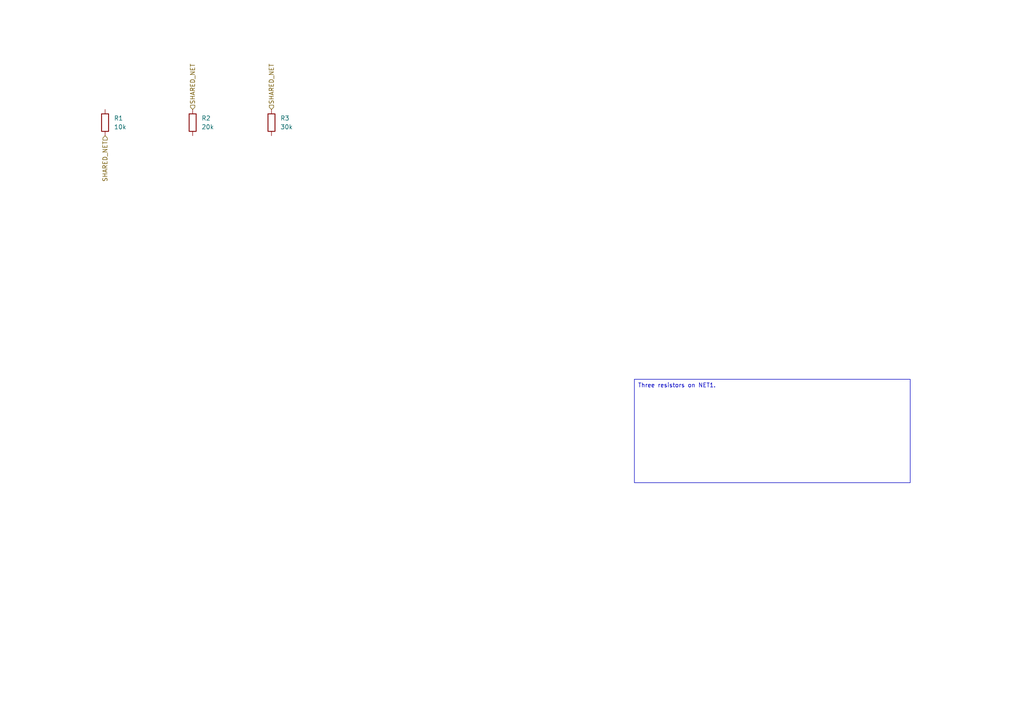
<source format=kicad_sch>
(kicad_sch (version 20250114) (generator "circuit_synth") (generator_version "0.8.36")
  (paper "A4")
  (title_block (title "three_resistors_net"))
  (lib_symbols
    (symbol "Device:R" (pin_numbers (hide yes)) (pin_names (offset 0))
      (property "Reference" "R" (at 2.032 0 90))
      (property "Value" "R" (at 0 0 90))
      (symbol "R_0_1"
        (rectangle (start -1.016 -2.54) (end 1.016 2.54) (stroke (width 0.254)))
      )
      (symbol "R_1_1"
        (pin passive line (at 0 3.81 270) (length 1.27) (name "~") (number "1"))
        (pin passive line (at 0 -3.81 90) (length 1.27) (name "~") (number "2"))
      )
    )
  )
  (symbol (lib_id "Device:R") (at 30.48 35.56 0) (unit 1)
    (property "Reference" "R1" (at 33.02 34.2899 0) (effects (justify left)))
    (property "Value" "10k" (at 33.02 36.8299 0) (effects (justify left)))
    (property "Footprint" "Resistor_SMD:R_0603_1608Metric" (effects (hide yes)))
    (property "hierarchy_path" "/c3e06899-51dd-4397-822b-125764746bdf" (effects (hide yes)))
    (property "project_name" "three_resistors_net" (effects (hide yes)))
    (property "root_uuid" "c3e06899-51dd-4397-822b-125764746bdf" (effects (hide yes)))
  )
  (symbol (lib_id "Device:R") (at 55.88 35.56 0) (unit 1)
    (property "Reference" "R2" (at 58.42 34.2899 0) (effects (justify left)))
    (property "Value" "20k" (at 58.42 36.8299 0) (effects (justify left)))
    (property "Footprint" "Resistor_SMD:R_0603_1608Metric" (effects (hide yes)))
    (property "hierarchy_path" "/c3e06899-51dd-4397-822b-125764746bdf" (effects (hide yes)))
    (property "project_name" "three_resistors_net" (effects (hide yes)))
    (property "root_uuid" "c3e06899-51dd-4397-822b-125764746bdf" (effects (hide yes)))
  )
  (symbol (lib_id "Device:R") (at 78.74 35.56 0) (unit 1)
    (property "Reference" "R3" (at 81.28 34.2899 0) (effects (justify left)))
    (property "Value" "30k" (at 81.28 36.8299 0) (effects (justify left)))
    (property "Footprint" "Resistor_SMD:R_0603_1608Metric" (effects (hide yes)))
    (property "hierarchy_path" "/c3e06899-51dd-4397-822b-125764746bdf" (effects (hide yes)))
    (property "project_name" "three_resistors_net" (effects (hide yes)))
    (property "root_uuid" "c3e06899-51dd-4397-822b-125764746bdf" (effects (hide yes)))
  )
  (hierarchical_label "SHARED_NET" (shape input) (at 30.48 39.37 270))
  (hierarchical_label "SHARED_NET" (shape input) (at 55.88 31.75 90))
  (hierarchical_label "SHARED_NET" (shape input) (at 78.74 31.75 90))
  (text_box "Three resistors on NET1." (at 184 110 0) (size 80 30) (margins 1 1 1 1) (effects (font (size 1.2 1.2)) (justify left top)))
)
</source>
